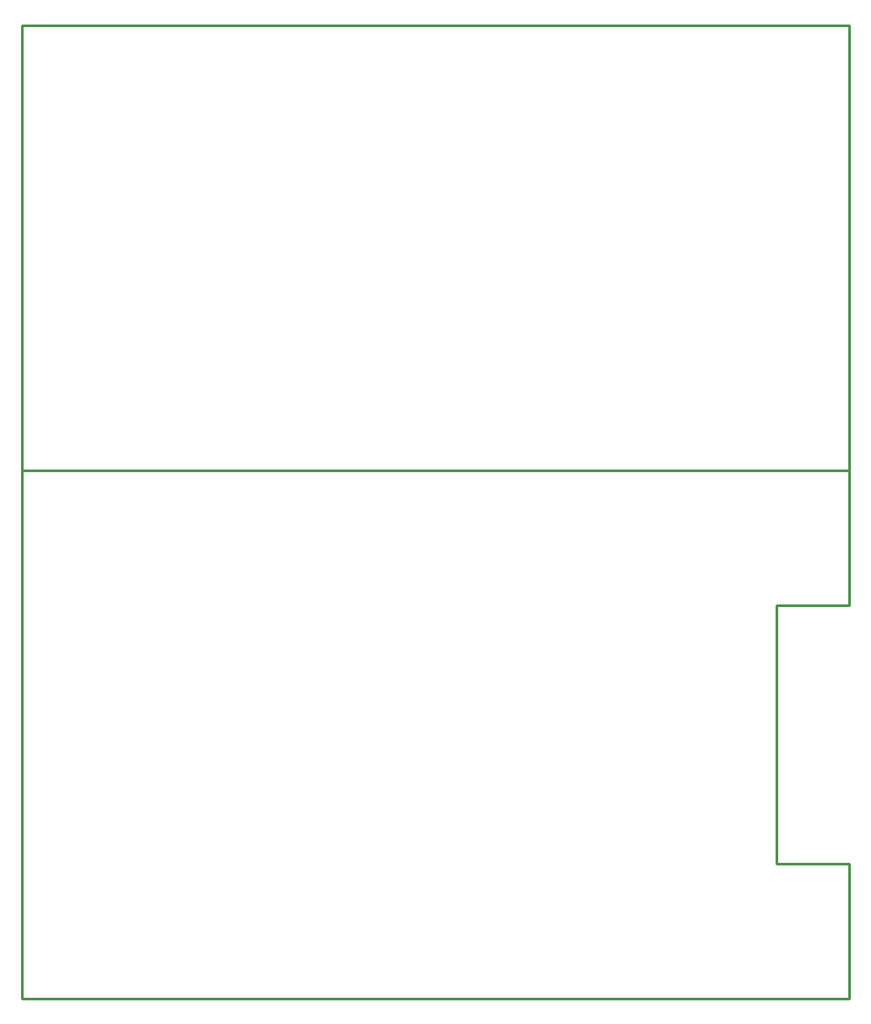
<source format=gm1>
G04 Layer_Color=16711935*
%FSLAX25Y25*%
%MOIN*%
G70*
G01*
G75*
%ADD39C,0.01000*%
D39*
X0Y200787D02*
X314961D01*
X287402Y51181D02*
X314961D01*
X287402Y149606D02*
X314961D01*
Y370079D01*
X287402Y51181D02*
Y149606D01*
X0Y0D02*
Y370079D01*
X314961D01*
X0Y0D02*
X314961D01*
Y51181D01*
M02*

</source>
